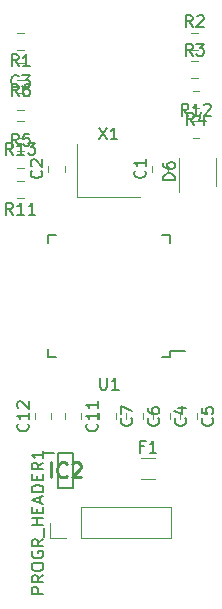
<source format=gbr>
%TF.GenerationSoftware,KiCad,Pcbnew,(5.1.2)-2*%
%TF.CreationDate,2020-08-26T23:28:28+08:00*%
%TF.ProjectId,wing-receiver-lite-rev2,77696e67-2d72-4656-9365-697665722d6c,rev?*%
%TF.SameCoordinates,Original*%
%TF.FileFunction,Legend,Top*%
%TF.FilePolarity,Positive*%
%FSLAX46Y46*%
G04 Gerber Fmt 4.6, Leading zero omitted, Abs format (unit mm)*
G04 Created by KiCad (PCBNEW (5.1.2)-2) date 2020-08-26 23:28:28*
%MOMM*%
%LPD*%
G04 APERTURE LIST*
%ADD10C,0.200000*%
%ADD11C,0.120000*%
%ADD12C,0.150000*%
%ADD13C,0.254000*%
G04 APERTURE END LIST*
D10*
X74350000Y-129469000D02*
X75250000Y-129469000D01*
X75600000Y-132419000D02*
X75600000Y-129519000D01*
X76800000Y-132419000D02*
X75600000Y-132419000D01*
X76800000Y-129519000D02*
X76800000Y-132419000D01*
X75600000Y-129519000D02*
X76800000Y-129519000D01*
D11*
X75005000Y-126626252D02*
X75005000Y-126103748D01*
X73585000Y-126626252D02*
X73585000Y-126103748D01*
X77130000Y-107780000D02*
X82530000Y-107780000D01*
X77130000Y-103280000D02*
X77130000Y-107780000D01*
D12*
X85058000Y-121380000D02*
X85058000Y-120805000D01*
X74708000Y-121380000D02*
X74708000Y-120705000D01*
X74708000Y-111030000D02*
X74708000Y-111705000D01*
X85058000Y-111030000D02*
X85058000Y-111705000D01*
X85058000Y-121380000D02*
X84383000Y-121380000D01*
X85058000Y-111030000D02*
X84383000Y-111030000D01*
X74708000Y-111030000D02*
X75383000Y-111030000D01*
X74708000Y-121380000D02*
X75383000Y-121380000D01*
X85058000Y-120805000D02*
X86333000Y-120805000D01*
D11*
X72651252Y-101398000D02*
X72128748Y-101398000D01*
X72651252Y-102818000D02*
X72128748Y-102818000D01*
X86987748Y-102818000D02*
X87510252Y-102818000D01*
X86987748Y-101398000D02*
X87510252Y-101398000D01*
X72651252Y-106478000D02*
X72128748Y-106478000D01*
X72651252Y-107898000D02*
X72128748Y-107898000D01*
X72651252Y-96445000D02*
X72128748Y-96445000D01*
X72651252Y-97865000D02*
X72128748Y-97865000D01*
X72128748Y-105358000D02*
X72651252Y-105358000D01*
X72128748Y-103938000D02*
X72651252Y-103938000D01*
X87510252Y-98858000D02*
X86987748Y-98858000D01*
X87510252Y-100278000D02*
X86987748Y-100278000D01*
X86860748Y-97738000D02*
X87383252Y-97738000D01*
X86860748Y-96318000D02*
X87383252Y-96318000D01*
X86860748Y-95325000D02*
X87383252Y-95325000D01*
X86860748Y-93905000D02*
X87383252Y-93905000D01*
X72651252Y-93905000D02*
X72128748Y-93905000D01*
X72651252Y-95325000D02*
X72128748Y-95325000D01*
X74870000Y-136712000D02*
X74870000Y-135382000D01*
X76200000Y-136712000D02*
X74870000Y-136712000D01*
X77470000Y-136712000D02*
X77470000Y-134052000D01*
X77470000Y-134052000D02*
X85150000Y-134052000D01*
X77470000Y-136712000D02*
X85150000Y-136712000D01*
X85150000Y-136712000D02*
X85150000Y-134052000D01*
X82582936Y-131720000D02*
X83787064Y-131720000D01*
X82582936Y-129900000D02*
X83787064Y-129900000D01*
X85826000Y-104464000D02*
X85826000Y-107414000D01*
X88926000Y-106864000D02*
X88926000Y-104464000D01*
X76125000Y-126103748D02*
X76125000Y-126626252D01*
X77545000Y-126103748D02*
X77545000Y-126626252D01*
X79046000Y-126103748D02*
X79046000Y-126626252D01*
X80466000Y-126103748D02*
X80466000Y-126626252D01*
X81332000Y-126103748D02*
X81332000Y-126626252D01*
X82752000Y-126103748D02*
X82752000Y-126626252D01*
X85904000Y-126103748D02*
X85904000Y-126626252D01*
X87324000Y-126103748D02*
X87324000Y-126626252D01*
X83618000Y-126103748D02*
X83618000Y-126626252D01*
X85038000Y-126103748D02*
X85038000Y-126626252D01*
X72128748Y-100405000D02*
X72651252Y-100405000D01*
X72128748Y-98985000D02*
X72651252Y-98985000D01*
X76148000Y-105671252D02*
X76148000Y-105148748D01*
X74728000Y-105671252D02*
X74728000Y-105148748D01*
X84911000Y-105671252D02*
X84911000Y-105148748D01*
X83491000Y-105671252D02*
X83491000Y-105148748D01*
D13*
X74960238Y-131543523D02*
X74960238Y-130273523D01*
X76290714Y-131422571D02*
X76230238Y-131483047D01*
X76048809Y-131543523D01*
X75927857Y-131543523D01*
X75746428Y-131483047D01*
X75625476Y-131362095D01*
X75565000Y-131241142D01*
X75504523Y-130999238D01*
X75504523Y-130817809D01*
X75565000Y-130575904D01*
X75625476Y-130454952D01*
X75746428Y-130334000D01*
X75927857Y-130273523D01*
X76048809Y-130273523D01*
X76230238Y-130334000D01*
X76290714Y-130394476D01*
X76774523Y-130394476D02*
X76835000Y-130334000D01*
X76955952Y-130273523D01*
X77258333Y-130273523D01*
X77379285Y-130334000D01*
X77439761Y-130394476D01*
X77500238Y-130515428D01*
X77500238Y-130636380D01*
X77439761Y-130817809D01*
X76714047Y-131543523D01*
X77500238Y-131543523D01*
D12*
X73002142Y-127007857D02*
X73049761Y-127055476D01*
X73097380Y-127198333D01*
X73097380Y-127293571D01*
X73049761Y-127436428D01*
X72954523Y-127531666D01*
X72859285Y-127579285D01*
X72668809Y-127626904D01*
X72525952Y-127626904D01*
X72335476Y-127579285D01*
X72240238Y-127531666D01*
X72145000Y-127436428D01*
X72097380Y-127293571D01*
X72097380Y-127198333D01*
X72145000Y-127055476D01*
X72192619Y-127007857D01*
X73097380Y-126055476D02*
X73097380Y-126626904D01*
X73097380Y-126341190D02*
X72097380Y-126341190D01*
X72240238Y-126436428D01*
X72335476Y-126531666D01*
X72383095Y-126626904D01*
X72192619Y-125674523D02*
X72145000Y-125626904D01*
X72097380Y-125531666D01*
X72097380Y-125293571D01*
X72145000Y-125198333D01*
X72192619Y-125150714D01*
X72287857Y-125103095D01*
X72383095Y-125103095D01*
X72525952Y-125150714D01*
X73097380Y-125722142D01*
X73097380Y-125103095D01*
X79020476Y-101932380D02*
X79687142Y-102932380D01*
X79687142Y-101932380D02*
X79020476Y-102932380D01*
X80591904Y-102932380D02*
X80020476Y-102932380D01*
X80306190Y-102932380D02*
X80306190Y-101932380D01*
X80210952Y-102075238D01*
X80115714Y-102170476D01*
X80020476Y-102218095D01*
X79121095Y-123107380D02*
X79121095Y-123916904D01*
X79168714Y-124012142D01*
X79216333Y-124059761D01*
X79311571Y-124107380D01*
X79502047Y-124107380D01*
X79597285Y-124059761D01*
X79644904Y-124012142D01*
X79692523Y-123916904D01*
X79692523Y-123107380D01*
X80692523Y-124107380D02*
X80121095Y-124107380D01*
X80406809Y-124107380D02*
X80406809Y-123107380D01*
X80311571Y-123250238D01*
X80216333Y-123345476D01*
X80121095Y-123393095D01*
X71747142Y-104210380D02*
X71413809Y-103734190D01*
X71175714Y-104210380D02*
X71175714Y-103210380D01*
X71556666Y-103210380D01*
X71651904Y-103258000D01*
X71699523Y-103305619D01*
X71747142Y-103400857D01*
X71747142Y-103543714D01*
X71699523Y-103638952D01*
X71651904Y-103686571D01*
X71556666Y-103734190D01*
X71175714Y-103734190D01*
X72699523Y-104210380D02*
X72128095Y-104210380D01*
X72413809Y-104210380D02*
X72413809Y-103210380D01*
X72318571Y-103353238D01*
X72223333Y-103448476D01*
X72128095Y-103496095D01*
X73032857Y-103210380D02*
X73651904Y-103210380D01*
X73318571Y-103591333D01*
X73461428Y-103591333D01*
X73556666Y-103638952D01*
X73604285Y-103686571D01*
X73651904Y-103781809D01*
X73651904Y-104019904D01*
X73604285Y-104115142D01*
X73556666Y-104162761D01*
X73461428Y-104210380D01*
X73175714Y-104210380D01*
X73080476Y-104162761D01*
X73032857Y-104115142D01*
X86606142Y-100910380D02*
X86272809Y-100434190D01*
X86034714Y-100910380D02*
X86034714Y-99910380D01*
X86415666Y-99910380D01*
X86510904Y-99958000D01*
X86558523Y-100005619D01*
X86606142Y-100100857D01*
X86606142Y-100243714D01*
X86558523Y-100338952D01*
X86510904Y-100386571D01*
X86415666Y-100434190D01*
X86034714Y-100434190D01*
X87558523Y-100910380D02*
X86987095Y-100910380D01*
X87272809Y-100910380D02*
X87272809Y-99910380D01*
X87177571Y-100053238D01*
X87082333Y-100148476D01*
X86987095Y-100196095D01*
X87939476Y-100005619D02*
X87987095Y-99958000D01*
X88082333Y-99910380D01*
X88320428Y-99910380D01*
X88415666Y-99958000D01*
X88463285Y-100005619D01*
X88510904Y-100100857D01*
X88510904Y-100196095D01*
X88463285Y-100338952D01*
X87891857Y-100910380D01*
X88510904Y-100910380D01*
X71747142Y-109290380D02*
X71413809Y-108814190D01*
X71175714Y-109290380D02*
X71175714Y-108290380D01*
X71556666Y-108290380D01*
X71651904Y-108338000D01*
X71699523Y-108385619D01*
X71747142Y-108480857D01*
X71747142Y-108623714D01*
X71699523Y-108718952D01*
X71651904Y-108766571D01*
X71556666Y-108814190D01*
X71175714Y-108814190D01*
X72699523Y-109290380D02*
X72128095Y-109290380D01*
X72413809Y-109290380D02*
X72413809Y-108290380D01*
X72318571Y-108433238D01*
X72223333Y-108528476D01*
X72128095Y-108576095D01*
X73651904Y-109290380D02*
X73080476Y-109290380D01*
X73366190Y-109290380D02*
X73366190Y-108290380D01*
X73270952Y-108433238D01*
X73175714Y-108528476D01*
X73080476Y-108576095D01*
X72223333Y-99257380D02*
X71890000Y-98781190D01*
X71651904Y-99257380D02*
X71651904Y-98257380D01*
X72032857Y-98257380D01*
X72128095Y-98305000D01*
X72175714Y-98352619D01*
X72223333Y-98447857D01*
X72223333Y-98590714D01*
X72175714Y-98685952D01*
X72128095Y-98733571D01*
X72032857Y-98781190D01*
X71651904Y-98781190D01*
X73080476Y-98257380D02*
X72890000Y-98257380D01*
X72794761Y-98305000D01*
X72747142Y-98352619D01*
X72651904Y-98495476D01*
X72604285Y-98685952D01*
X72604285Y-99066904D01*
X72651904Y-99162142D01*
X72699523Y-99209761D01*
X72794761Y-99257380D01*
X72985238Y-99257380D01*
X73080476Y-99209761D01*
X73128095Y-99162142D01*
X73175714Y-99066904D01*
X73175714Y-98828809D01*
X73128095Y-98733571D01*
X73080476Y-98685952D01*
X72985238Y-98638333D01*
X72794761Y-98638333D01*
X72699523Y-98685952D01*
X72651904Y-98733571D01*
X72604285Y-98828809D01*
X72223333Y-103450380D02*
X71890000Y-102974190D01*
X71651904Y-103450380D02*
X71651904Y-102450380D01*
X72032857Y-102450380D01*
X72128095Y-102498000D01*
X72175714Y-102545619D01*
X72223333Y-102640857D01*
X72223333Y-102783714D01*
X72175714Y-102878952D01*
X72128095Y-102926571D01*
X72032857Y-102974190D01*
X71651904Y-102974190D01*
X73128095Y-102450380D02*
X72651904Y-102450380D01*
X72604285Y-102926571D01*
X72651904Y-102878952D01*
X72747142Y-102831333D01*
X72985238Y-102831333D01*
X73080476Y-102878952D01*
X73128095Y-102926571D01*
X73175714Y-103021809D01*
X73175714Y-103259904D01*
X73128095Y-103355142D01*
X73080476Y-103402761D01*
X72985238Y-103450380D01*
X72747142Y-103450380D01*
X72651904Y-103402761D01*
X72604285Y-103355142D01*
X87082333Y-101670380D02*
X86749000Y-101194190D01*
X86510904Y-101670380D02*
X86510904Y-100670380D01*
X86891857Y-100670380D01*
X86987095Y-100718000D01*
X87034714Y-100765619D01*
X87082333Y-100860857D01*
X87082333Y-101003714D01*
X87034714Y-101098952D01*
X86987095Y-101146571D01*
X86891857Y-101194190D01*
X86510904Y-101194190D01*
X87939476Y-101003714D02*
X87939476Y-101670380D01*
X87701380Y-100622761D02*
X87463285Y-101337047D01*
X88082333Y-101337047D01*
X86955333Y-95830380D02*
X86622000Y-95354190D01*
X86383904Y-95830380D02*
X86383904Y-94830380D01*
X86764857Y-94830380D01*
X86860095Y-94878000D01*
X86907714Y-94925619D01*
X86955333Y-95020857D01*
X86955333Y-95163714D01*
X86907714Y-95258952D01*
X86860095Y-95306571D01*
X86764857Y-95354190D01*
X86383904Y-95354190D01*
X87288666Y-94830380D02*
X87907714Y-94830380D01*
X87574380Y-95211333D01*
X87717238Y-95211333D01*
X87812476Y-95258952D01*
X87860095Y-95306571D01*
X87907714Y-95401809D01*
X87907714Y-95639904D01*
X87860095Y-95735142D01*
X87812476Y-95782761D01*
X87717238Y-95830380D01*
X87431523Y-95830380D01*
X87336285Y-95782761D01*
X87288666Y-95735142D01*
X86955333Y-93417380D02*
X86622000Y-92941190D01*
X86383904Y-93417380D02*
X86383904Y-92417380D01*
X86764857Y-92417380D01*
X86860095Y-92465000D01*
X86907714Y-92512619D01*
X86955333Y-92607857D01*
X86955333Y-92750714D01*
X86907714Y-92845952D01*
X86860095Y-92893571D01*
X86764857Y-92941190D01*
X86383904Y-92941190D01*
X87336285Y-92512619D02*
X87383904Y-92465000D01*
X87479142Y-92417380D01*
X87717238Y-92417380D01*
X87812476Y-92465000D01*
X87860095Y-92512619D01*
X87907714Y-92607857D01*
X87907714Y-92703095D01*
X87860095Y-92845952D01*
X87288666Y-93417380D01*
X87907714Y-93417380D01*
X72223333Y-96717380D02*
X71890000Y-96241190D01*
X71651904Y-96717380D02*
X71651904Y-95717380D01*
X72032857Y-95717380D01*
X72128095Y-95765000D01*
X72175714Y-95812619D01*
X72223333Y-95907857D01*
X72223333Y-96050714D01*
X72175714Y-96145952D01*
X72128095Y-96193571D01*
X72032857Y-96241190D01*
X71651904Y-96241190D01*
X73175714Y-96717380D02*
X72604285Y-96717380D01*
X72890000Y-96717380D02*
X72890000Y-95717380D01*
X72794761Y-95860238D01*
X72699523Y-95955476D01*
X72604285Y-96003095D01*
X74322380Y-141382000D02*
X73322380Y-141382000D01*
X73322380Y-141001047D01*
X73370000Y-140905809D01*
X73417619Y-140858190D01*
X73512857Y-140810571D01*
X73655714Y-140810571D01*
X73750952Y-140858190D01*
X73798571Y-140905809D01*
X73846190Y-141001047D01*
X73846190Y-141382000D01*
X74322380Y-139810571D02*
X73846190Y-140143904D01*
X74322380Y-140382000D02*
X73322380Y-140382000D01*
X73322380Y-140001047D01*
X73370000Y-139905809D01*
X73417619Y-139858190D01*
X73512857Y-139810571D01*
X73655714Y-139810571D01*
X73750952Y-139858190D01*
X73798571Y-139905809D01*
X73846190Y-140001047D01*
X73846190Y-140382000D01*
X73322380Y-139191523D02*
X73322380Y-139001047D01*
X73370000Y-138905809D01*
X73465238Y-138810571D01*
X73655714Y-138762952D01*
X73989047Y-138762952D01*
X74179523Y-138810571D01*
X74274761Y-138905809D01*
X74322380Y-139001047D01*
X74322380Y-139191523D01*
X74274761Y-139286761D01*
X74179523Y-139382000D01*
X73989047Y-139429619D01*
X73655714Y-139429619D01*
X73465238Y-139382000D01*
X73370000Y-139286761D01*
X73322380Y-139191523D01*
X73370000Y-137810571D02*
X73322380Y-137905809D01*
X73322380Y-138048666D01*
X73370000Y-138191523D01*
X73465238Y-138286761D01*
X73560476Y-138334380D01*
X73750952Y-138382000D01*
X73893809Y-138382000D01*
X74084285Y-138334380D01*
X74179523Y-138286761D01*
X74274761Y-138191523D01*
X74322380Y-138048666D01*
X74322380Y-137953428D01*
X74274761Y-137810571D01*
X74227142Y-137762952D01*
X73893809Y-137762952D01*
X73893809Y-137953428D01*
X74322380Y-136762952D02*
X73846190Y-137096285D01*
X74322380Y-137334380D02*
X73322380Y-137334380D01*
X73322380Y-136953428D01*
X73370000Y-136858190D01*
X73417619Y-136810571D01*
X73512857Y-136762952D01*
X73655714Y-136762952D01*
X73750952Y-136810571D01*
X73798571Y-136858190D01*
X73846190Y-136953428D01*
X73846190Y-137334380D01*
X74417619Y-136572476D02*
X74417619Y-135810571D01*
X74322380Y-135572476D02*
X73322380Y-135572476D01*
X73798571Y-135572476D02*
X73798571Y-135001047D01*
X74322380Y-135001047D02*
X73322380Y-135001047D01*
X73798571Y-134524857D02*
X73798571Y-134191523D01*
X74322380Y-134048666D02*
X74322380Y-134524857D01*
X73322380Y-134524857D01*
X73322380Y-134048666D01*
X74036666Y-133667714D02*
X74036666Y-133191523D01*
X74322380Y-133762952D02*
X73322380Y-133429619D01*
X74322380Y-133096285D01*
X74322380Y-132762952D02*
X73322380Y-132762952D01*
X73322380Y-132524857D01*
X73370000Y-132382000D01*
X73465238Y-132286761D01*
X73560476Y-132239142D01*
X73750952Y-132191523D01*
X73893809Y-132191523D01*
X74084285Y-132239142D01*
X74179523Y-132286761D01*
X74274761Y-132382000D01*
X74322380Y-132524857D01*
X74322380Y-132762952D01*
X73798571Y-131762952D02*
X73798571Y-131429619D01*
X74322380Y-131286761D02*
X74322380Y-131762952D01*
X73322380Y-131762952D01*
X73322380Y-131286761D01*
X74322380Y-130286761D02*
X73846190Y-130620095D01*
X74322380Y-130858190D02*
X73322380Y-130858190D01*
X73322380Y-130477238D01*
X73370000Y-130382000D01*
X73417619Y-130334380D01*
X73512857Y-130286761D01*
X73655714Y-130286761D01*
X73750952Y-130334380D01*
X73798571Y-130382000D01*
X73846190Y-130477238D01*
X73846190Y-130858190D01*
X74322380Y-129334380D02*
X74322380Y-129905809D01*
X74322380Y-129620095D02*
X73322380Y-129620095D01*
X73465238Y-129715333D01*
X73560476Y-129810571D01*
X73608095Y-129905809D01*
X82851666Y-128918571D02*
X82518333Y-128918571D01*
X82518333Y-129442380D02*
X82518333Y-128442380D01*
X82994523Y-128442380D01*
X83899285Y-129442380D02*
X83327857Y-129442380D01*
X83613571Y-129442380D02*
X83613571Y-128442380D01*
X83518333Y-128585238D01*
X83423095Y-128680476D01*
X83327857Y-128728095D01*
X85448380Y-106382095D02*
X84448380Y-106382095D01*
X84448380Y-106144000D01*
X84496000Y-106001142D01*
X84591238Y-105905904D01*
X84686476Y-105858285D01*
X84876952Y-105810666D01*
X85019809Y-105810666D01*
X85210285Y-105858285D01*
X85305523Y-105905904D01*
X85400761Y-106001142D01*
X85448380Y-106144000D01*
X85448380Y-106382095D01*
X84448380Y-104953523D02*
X84448380Y-105144000D01*
X84496000Y-105239238D01*
X84543619Y-105286857D01*
X84686476Y-105382095D01*
X84876952Y-105429714D01*
X85257904Y-105429714D01*
X85353142Y-105382095D01*
X85400761Y-105334476D01*
X85448380Y-105239238D01*
X85448380Y-105048761D01*
X85400761Y-104953523D01*
X85353142Y-104905904D01*
X85257904Y-104858285D01*
X85019809Y-104858285D01*
X84924571Y-104905904D01*
X84876952Y-104953523D01*
X84829333Y-105048761D01*
X84829333Y-105239238D01*
X84876952Y-105334476D01*
X84924571Y-105382095D01*
X85019809Y-105429714D01*
X78842142Y-127007857D02*
X78889761Y-127055476D01*
X78937380Y-127198333D01*
X78937380Y-127293571D01*
X78889761Y-127436428D01*
X78794523Y-127531666D01*
X78699285Y-127579285D01*
X78508809Y-127626904D01*
X78365952Y-127626904D01*
X78175476Y-127579285D01*
X78080238Y-127531666D01*
X77985000Y-127436428D01*
X77937380Y-127293571D01*
X77937380Y-127198333D01*
X77985000Y-127055476D01*
X78032619Y-127007857D01*
X78937380Y-126055476D02*
X78937380Y-126626904D01*
X78937380Y-126341190D02*
X77937380Y-126341190D01*
X78080238Y-126436428D01*
X78175476Y-126531666D01*
X78223095Y-126626904D01*
X78937380Y-125103095D02*
X78937380Y-125674523D01*
X78937380Y-125388809D02*
X77937380Y-125388809D01*
X78080238Y-125484047D01*
X78175476Y-125579285D01*
X78223095Y-125674523D01*
X81763142Y-126531666D02*
X81810761Y-126579285D01*
X81858380Y-126722142D01*
X81858380Y-126817380D01*
X81810761Y-126960238D01*
X81715523Y-127055476D01*
X81620285Y-127103095D01*
X81429809Y-127150714D01*
X81286952Y-127150714D01*
X81096476Y-127103095D01*
X81001238Y-127055476D01*
X80906000Y-126960238D01*
X80858380Y-126817380D01*
X80858380Y-126722142D01*
X80906000Y-126579285D01*
X80953619Y-126531666D01*
X80858380Y-126198333D02*
X80858380Y-125531666D01*
X81858380Y-125960238D01*
X84049142Y-126531666D02*
X84096761Y-126579285D01*
X84144380Y-126722142D01*
X84144380Y-126817380D01*
X84096761Y-126960238D01*
X84001523Y-127055476D01*
X83906285Y-127103095D01*
X83715809Y-127150714D01*
X83572952Y-127150714D01*
X83382476Y-127103095D01*
X83287238Y-127055476D01*
X83192000Y-126960238D01*
X83144380Y-126817380D01*
X83144380Y-126722142D01*
X83192000Y-126579285D01*
X83239619Y-126531666D01*
X83144380Y-125674523D02*
X83144380Y-125865000D01*
X83192000Y-125960238D01*
X83239619Y-126007857D01*
X83382476Y-126103095D01*
X83572952Y-126150714D01*
X83953904Y-126150714D01*
X84049142Y-126103095D01*
X84096761Y-126055476D01*
X84144380Y-125960238D01*
X84144380Y-125769761D01*
X84096761Y-125674523D01*
X84049142Y-125626904D01*
X83953904Y-125579285D01*
X83715809Y-125579285D01*
X83620571Y-125626904D01*
X83572952Y-125674523D01*
X83525333Y-125769761D01*
X83525333Y-125960238D01*
X83572952Y-126055476D01*
X83620571Y-126103095D01*
X83715809Y-126150714D01*
X88621142Y-126531666D02*
X88668761Y-126579285D01*
X88716380Y-126722142D01*
X88716380Y-126817380D01*
X88668761Y-126960238D01*
X88573523Y-127055476D01*
X88478285Y-127103095D01*
X88287809Y-127150714D01*
X88144952Y-127150714D01*
X87954476Y-127103095D01*
X87859238Y-127055476D01*
X87764000Y-126960238D01*
X87716380Y-126817380D01*
X87716380Y-126722142D01*
X87764000Y-126579285D01*
X87811619Y-126531666D01*
X87716380Y-125626904D02*
X87716380Y-126103095D01*
X88192571Y-126150714D01*
X88144952Y-126103095D01*
X88097333Y-126007857D01*
X88097333Y-125769761D01*
X88144952Y-125674523D01*
X88192571Y-125626904D01*
X88287809Y-125579285D01*
X88525904Y-125579285D01*
X88621142Y-125626904D01*
X88668761Y-125674523D01*
X88716380Y-125769761D01*
X88716380Y-126007857D01*
X88668761Y-126103095D01*
X88621142Y-126150714D01*
X86335142Y-126531666D02*
X86382761Y-126579285D01*
X86430380Y-126722142D01*
X86430380Y-126817380D01*
X86382761Y-126960238D01*
X86287523Y-127055476D01*
X86192285Y-127103095D01*
X86001809Y-127150714D01*
X85858952Y-127150714D01*
X85668476Y-127103095D01*
X85573238Y-127055476D01*
X85478000Y-126960238D01*
X85430380Y-126817380D01*
X85430380Y-126722142D01*
X85478000Y-126579285D01*
X85525619Y-126531666D01*
X85763714Y-125674523D02*
X86430380Y-125674523D01*
X85382761Y-125912619D02*
X86097047Y-126150714D01*
X86097047Y-125531666D01*
X72223333Y-98402142D02*
X72175714Y-98449761D01*
X72032857Y-98497380D01*
X71937619Y-98497380D01*
X71794761Y-98449761D01*
X71699523Y-98354523D01*
X71651904Y-98259285D01*
X71604285Y-98068809D01*
X71604285Y-97925952D01*
X71651904Y-97735476D01*
X71699523Y-97640238D01*
X71794761Y-97545000D01*
X71937619Y-97497380D01*
X72032857Y-97497380D01*
X72175714Y-97545000D01*
X72223333Y-97592619D01*
X72556666Y-97497380D02*
X73175714Y-97497380D01*
X72842380Y-97878333D01*
X72985238Y-97878333D01*
X73080476Y-97925952D01*
X73128095Y-97973571D01*
X73175714Y-98068809D01*
X73175714Y-98306904D01*
X73128095Y-98402142D01*
X73080476Y-98449761D01*
X72985238Y-98497380D01*
X72699523Y-98497380D01*
X72604285Y-98449761D01*
X72556666Y-98402142D01*
X74145142Y-105576666D02*
X74192761Y-105624285D01*
X74240380Y-105767142D01*
X74240380Y-105862380D01*
X74192761Y-106005238D01*
X74097523Y-106100476D01*
X74002285Y-106148095D01*
X73811809Y-106195714D01*
X73668952Y-106195714D01*
X73478476Y-106148095D01*
X73383238Y-106100476D01*
X73288000Y-106005238D01*
X73240380Y-105862380D01*
X73240380Y-105767142D01*
X73288000Y-105624285D01*
X73335619Y-105576666D01*
X73335619Y-105195714D02*
X73288000Y-105148095D01*
X73240380Y-105052857D01*
X73240380Y-104814761D01*
X73288000Y-104719523D01*
X73335619Y-104671904D01*
X73430857Y-104624285D01*
X73526095Y-104624285D01*
X73668952Y-104671904D01*
X74240380Y-105243333D01*
X74240380Y-104624285D01*
X82908142Y-105576666D02*
X82955761Y-105624285D01*
X83003380Y-105767142D01*
X83003380Y-105862380D01*
X82955761Y-106005238D01*
X82860523Y-106100476D01*
X82765285Y-106148095D01*
X82574809Y-106195714D01*
X82431952Y-106195714D01*
X82241476Y-106148095D01*
X82146238Y-106100476D01*
X82051000Y-106005238D01*
X82003380Y-105862380D01*
X82003380Y-105767142D01*
X82051000Y-105624285D01*
X82098619Y-105576666D01*
X83003380Y-104624285D02*
X83003380Y-105195714D01*
X83003380Y-104910000D02*
X82003380Y-104910000D01*
X82146238Y-105005238D01*
X82241476Y-105100476D01*
X82289095Y-105195714D01*
M02*

</source>
